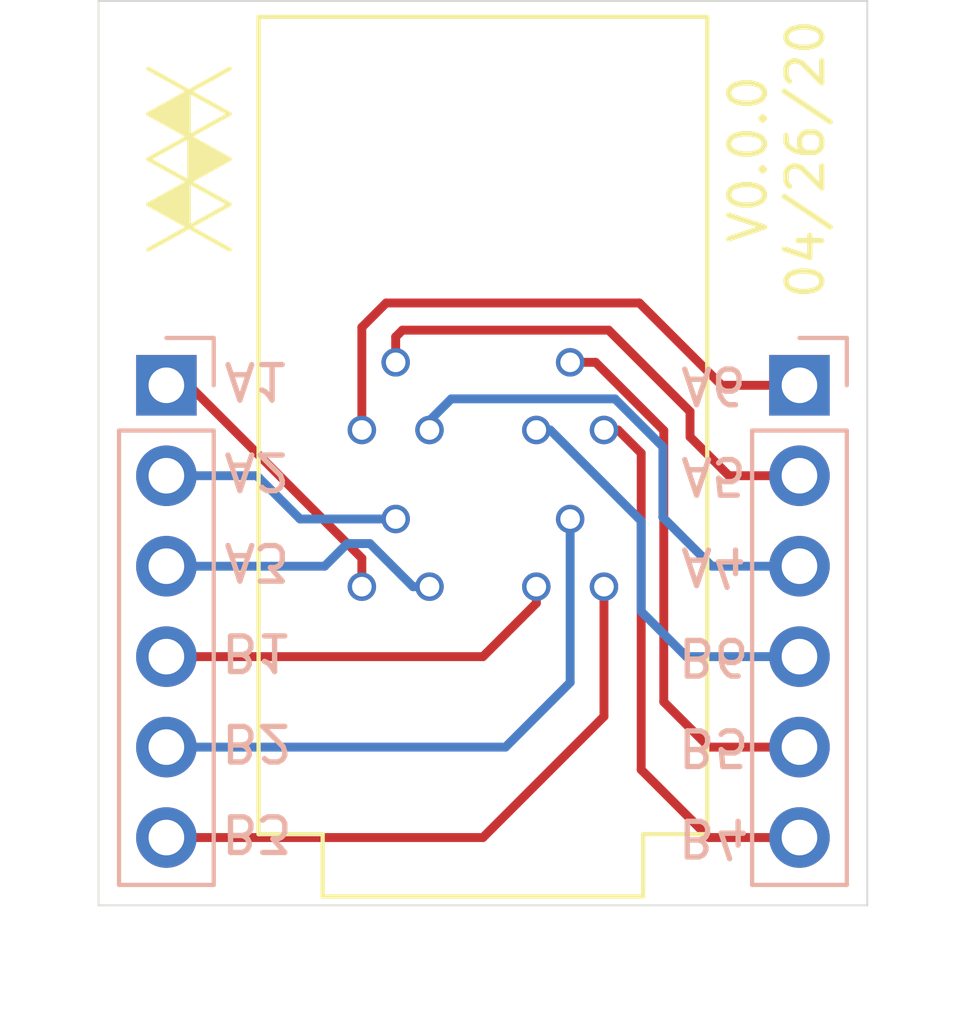
<source format=kicad_pcb>
(kicad_pcb (version 20171130) (host pcbnew "(5.1.2)-1")

  (general
    (thickness 1.6)
    (drawings 17)
    (tracks 54)
    (zones 0)
    (modules 4)
    (nets 13)
  )

  (page A4)
  (layers
    (0 F.Cu signal)
    (31 B.Cu signal)
    (32 B.Adhes user)
    (33 F.Adhes user)
    (34 B.Paste user)
    (35 F.Paste user)
    (36 B.SilkS user)
    (37 F.SilkS user)
    (38 B.Mask user)
    (39 F.Mask user)
    (40 Dwgs.User user)
    (41 Cmts.User user)
    (42 Eco1.User user)
    (43 Eco2.User user)
    (44 Edge.Cuts user)
    (45 Margin user)
    (46 B.CrtYd user)
    (47 F.CrtYd user)
    (48 B.Fab user)
    (49 F.Fab user)
  )

  (setup
    (last_trace_width 0.25)
    (trace_clearance 0.2)
    (zone_clearance 0.508)
    (zone_45_only no)
    (trace_min 0.2)
    (via_size 0.8)
    (via_drill 0.4)
    (via_min_size 0.4)
    (via_min_drill 0.3)
    (uvia_size 0.3)
    (uvia_drill 0.1)
    (uvias_allowed no)
    (uvia_min_size 0.2)
    (uvia_min_drill 0.1)
    (edge_width 0.05)
    (segment_width 0.2)
    (pcb_text_width 0.3)
    (pcb_text_size 1.5 1.5)
    (mod_edge_width 0.12)
    (mod_text_size 1 1)
    (mod_text_width 0.15)
    (pad_size 1.524 1.524)
    (pad_drill 0.762)
    (pad_to_mask_clearance 0.051)
    (solder_mask_min_width 0.25)
    (aux_axis_origin 0 0)
    (visible_elements FFFFFF7F)
    (pcbplotparams
      (layerselection 0x010fc_ffffffff)
      (usegerberextensions false)
      (usegerberattributes false)
      (usegerberadvancedattributes false)
      (creategerberjobfile false)
      (excludeedgelayer true)
      (linewidth 0.100000)
      (plotframeref false)
      (viasonmask false)
      (mode 1)
      (useauxorigin false)
      (hpglpennumber 1)
      (hpglpenspeed 20)
      (hpglpendiameter 15.000000)
      (psnegative false)
      (psa4output false)
      (plotreference true)
      (plotvalue true)
      (plotinvisibletext false)
      (padsonsilk false)
      (subtractmaskfromsilk false)
      (outputformat 1)
      (mirror false)
      (drillshape 0)
      (scaleselection 1)
      (outputdirectory "gbr/"))
  )

  (net 0 "")
  (net 1 B3)
  (net 2 B2)
  (net 3 B1)
  (net 4 A3)
  (net 5 A2)
  (net 6 A1)
  (net 7 B4)
  (net 8 B5)
  (net 9 B6)
  (net 10 A4)
  (net 11 A5)
  (net 12 A6)

  (net_class Default "This is the default net class."
    (clearance 0.2)
    (trace_width 0.25)
    (via_dia 0.8)
    (via_drill 0.4)
    (uvia_dia 0.3)
    (uvia_drill 0.1)
    (add_net A1)
    (add_net A2)
    (add_net A3)
    (add_net A4)
    (add_net A5)
    (add_net A6)
    (add_net B1)
    (add_net B2)
    (add_net B3)
    (add_net B4)
    (add_net B5)
    (add_net B6)
  )

  (module Symbol:Logo_WM (layer F.Cu) (tedit 5EA02B73) (tstamp 5EA62534)
    (at 125.095 64.77 270)
    (fp_text reference REF** (at 0 -2.286 90) (layer F.SilkS) hide
      (effects (font (size 1 1) (thickness 0.15)))
    )
    (fp_text value Logo_WM (at 0 2.032 90) (layer F.Fab)
      (effects (font (size 1 1) (thickness 0.15)))
    )
    (fp_poly (pts (xy 0.635 0) (xy 1.905 0) (xy 1.27 1.143)) (layer F.SilkS) (width 0.1))
    (fp_poly (pts (xy -0.635 0) (xy 0.635 0) (xy 0 -1.143)) (layer F.SilkS) (width 0.1))
    (fp_poly (pts (xy -1.905 0) (xy -0.635 0) (xy -1.27 1.143)) (layer F.SilkS) (width 0.1))
    (fp_line (start 1.905 0) (end 2.54 1.143) (layer F.SilkS) (width 0.12))
    (fp_line (start 2.54 -1.143) (end 1.905 0) (layer F.SilkS) (width 0.12))
    (fp_line (start -2.54 1.143) (end -1.905 0) (layer F.SilkS) (width 0.12))
    (fp_line (start -1.905 0) (end -2.54 -1.143) (layer F.SilkS) (width 0.12))
    (fp_line (start -0.635 0) (end -1.27 -1.143) (layer F.SilkS) (width 0.12))
    (fp_line (start -1.905 0) (end -1.27 1.143) (layer F.SilkS) (width 0.12))
    (fp_line (start -1.27 -1.143) (end -1.905 0) (layer F.SilkS) (width 0.12))
    (fp_line (start -1.27 1.143) (end -0.635 0) (layer F.SilkS) (width 0.12))
    (fp_line (start 1.27 -1.143) (end 0.635 0) (layer F.SilkS) (width 0.12))
    (fp_line (start 0.635 0) (end 1.27 1.143) (layer F.SilkS) (width 0.12))
    (fp_line (start 1.27 1.143) (end 1.905 0) (layer F.SilkS) (width 0.12))
    (fp_line (start 1.905 0) (end 1.27 -1.143) (layer F.SilkS) (width 0.12))
    (fp_line (start 0.635 0) (end 0 -1.143) (layer F.SilkS) (width 0.12))
    (fp_line (start 0 1.143) (end 0.635 0) (layer F.SilkS) (width 0.12))
    (fp_line (start -0.635 0) (end 0 1.143) (layer F.SilkS) (width 0.12))
    (fp_line (start 0 -1.143) (end -0.635 0) (layer F.SilkS) (width 0.12))
  )

  (module Socket:SOT_Socket-6L-CHR-051-2317-060 (layer F.Cu) (tedit 5EA5C970) (tstamp 5EA61F0C)
    (at 133.35 73.025)
    (path /5EA5D110)
    (fp_text reference J3 (at -0.05 13.6) (layer F.SilkS) hide
      (effects (font (size 1 1) (thickness 0.15)))
    )
    (fp_text value Conn_02x06_Row_Letter_First (at -0.05 15.2) (layer F.Fab)
      (effects (font (size 1 1) (thickness 0.15)))
    )
    (fp_line (start 4.5 12.45) (end -4.5 12.45) (layer F.SilkS) (width 0.12))
    (fp_line (start 4.5 10.7) (end 4.5 12.45) (layer F.SilkS) (width 0.12))
    (fp_line (start 6.3 10.7) (end 4.5 10.7) (layer F.SilkS) (width 0.12))
    (fp_line (start 6.3 -12.25) (end 6.3 10.7) (layer F.SilkS) (width 0.12))
    (fp_line (start -6.3 -12.25) (end 6.3 -12.25) (layer F.SilkS) (width 0.12))
    (fp_line (start -4.5 10.7) (end -4.5 12.45) (layer F.SilkS) (width 0.12))
    (fp_line (start -6.3 10.7) (end -4.5 10.7) (layer F.SilkS) (width 0.12))
    (fp_line (start -6.3 -12.25) (end -6.3 10.7) (layer F.SilkS) (width 0.12))
    (fp_line (start -6.3 12.45) (end -6.3 -12.25) (layer F.CrtYd) (width 0.12))
    (fp_line (start 6.3 12.45) (end -6.3 12.45) (layer F.CrtYd) (width 0.12))
    (fp_line (start 6.3 -12.25) (end 6.3 12.45) (layer F.CrtYd) (width 0.12))
    (fp_line (start -6.3 -12.25) (end 6.3 -12.25) (layer F.CrtYd) (width 0.12))
    (pad b2 thru_hole circle (at 2.45 1.85) (size 0.8 0.8) (drill 0.55) (layers *.Cu *.Mask)
      (net 2 B2))
    (pad b1 thru_hole circle (at 1.5 3.75) (size 0.8 0.8) (drill 0.55) (layers *.Cu *.Mask)
      (net 3 B1))
    (pad a2 thru_hole circle (at -2.45 1.85) (size 0.8 0.8) (drill 0.55) (layers *.Cu *.Mask)
      (net 5 A2))
    (pad a1 thru_hole circle (at -3.4 3.75) (size 0.8 0.8) (drill 0.55) (layers *.Cu *.Mask)
      (net 6 A1))
    (pad b3 thru_hole circle (at 3.4 3.75) (size 0.8 0.8) (drill 0.55) (layers *.Cu *.Mask)
      (net 1 B3))
    (pad a3 thru_hole circle (at -1.5 3.75) (size 0.8 0.8) (drill 0.55) (layers *.Cu *.Mask)
      (net 4 A3))
    (pad b4 thru_hole circle (at 3.4 -0.65) (size 0.8 0.8) (drill 0.55) (layers *.Cu *.Mask)
      (net 7 B4))
    (pad a4 thru_hole circle (at -1.5 -0.65) (size 0.8 0.8) (drill 0.55) (layers *.Cu *.Mask)
      (net 10 A4))
    (pad a6 thru_hole circle (at -3.4 -0.65) (size 0.8 0.8) (drill 0.55) (layers *.Cu *.Mask)
      (net 12 A6))
    (pad b6 thru_hole circle (at 1.5 -0.65) (size 0.8 0.8) (drill 0.55) (layers *.Cu *.Mask)
      (net 9 B6))
    (pad b5 thru_hole circle (at 2.45 -2.55) (size 0.8 0.8) (drill 0.55) (layers *.Cu *.Mask)
      (net 8 B5))
    (pad a5 thru_hole circle (at -2.45 -2.55) (size 0.8 0.8) (drill 0.55) (layers *.Cu *.Mask)
      (net 11 A5))
  )

  (module Connector_PinHeader_2.54mm:PinHeader_1x06_P2.54mm_Vertical (layer B.Cu) (tedit 59FED5CC) (tstamp 5EA61EF0)
    (at 142.24 71.12 180)
    (descr "Through hole straight pin header, 1x06, 2.54mm pitch, single row")
    (tags "Through hole pin header THT 1x06 2.54mm single row")
    (path /5EA5FF4F)
    (fp_text reference J2 (at 0 2.33) (layer B.SilkS) hide
      (effects (font (size 1 1) (thickness 0.15)) (justify mirror))
    )
    (fp_text value Conn_01x06 (at 0 -15.03) (layer B.Fab)
      (effects (font (size 1 1) (thickness 0.15)) (justify mirror))
    )
    (fp_text user %R (at 0 -6.35 270) (layer B.Fab)
      (effects (font (size 1 1) (thickness 0.15)) (justify mirror))
    )
    (fp_line (start 1.8 1.8) (end -1.8 1.8) (layer B.CrtYd) (width 0.05))
    (fp_line (start 1.8 -14.5) (end 1.8 1.8) (layer B.CrtYd) (width 0.05))
    (fp_line (start -1.8 -14.5) (end 1.8 -14.5) (layer B.CrtYd) (width 0.05))
    (fp_line (start -1.8 1.8) (end -1.8 -14.5) (layer B.CrtYd) (width 0.05))
    (fp_line (start -1.33 1.33) (end 0 1.33) (layer B.SilkS) (width 0.12))
    (fp_line (start -1.33 0) (end -1.33 1.33) (layer B.SilkS) (width 0.12))
    (fp_line (start -1.33 -1.27) (end 1.33 -1.27) (layer B.SilkS) (width 0.12))
    (fp_line (start 1.33 -1.27) (end 1.33 -14.03) (layer B.SilkS) (width 0.12))
    (fp_line (start -1.33 -1.27) (end -1.33 -14.03) (layer B.SilkS) (width 0.12))
    (fp_line (start -1.33 -14.03) (end 1.33 -14.03) (layer B.SilkS) (width 0.12))
    (fp_line (start -1.27 0.635) (end -0.635 1.27) (layer B.Fab) (width 0.1))
    (fp_line (start -1.27 -13.97) (end -1.27 0.635) (layer B.Fab) (width 0.1))
    (fp_line (start 1.27 -13.97) (end -1.27 -13.97) (layer B.Fab) (width 0.1))
    (fp_line (start 1.27 1.27) (end 1.27 -13.97) (layer B.Fab) (width 0.1))
    (fp_line (start -0.635 1.27) (end 1.27 1.27) (layer B.Fab) (width 0.1))
    (pad 6 thru_hole oval (at 0 -12.7 180) (size 1.7 1.7) (drill 1) (layers *.Cu *.Mask)
      (net 7 B4))
    (pad 5 thru_hole oval (at 0 -10.16 180) (size 1.7 1.7) (drill 1) (layers *.Cu *.Mask)
      (net 8 B5))
    (pad 4 thru_hole oval (at 0 -7.62 180) (size 1.7 1.7) (drill 1) (layers *.Cu *.Mask)
      (net 9 B6))
    (pad 3 thru_hole oval (at 0 -5.08 180) (size 1.7 1.7) (drill 1) (layers *.Cu *.Mask)
      (net 10 A4))
    (pad 2 thru_hole oval (at 0 -2.54 180) (size 1.7 1.7) (drill 1) (layers *.Cu *.Mask)
      (net 11 A5))
    (pad 1 thru_hole rect (at 0 0 180) (size 1.7 1.7) (drill 1) (layers *.Cu *.Mask)
      (net 12 A6))
    (model ${KISYS3DMOD}/Connector_PinHeader_2.54mm.3dshapes/PinHeader_1x06_P2.54mm_Vertical.wrl
      (at (xyz 0 0 0))
      (scale (xyz 1 1 1))
      (rotate (xyz 0 0 0))
    )
  )

  (module Connector_PinHeader_2.54mm:PinHeader_1x06_P2.54mm_Vertical (layer B.Cu) (tedit 59FED5CC) (tstamp 5EA61ED6)
    (at 124.46 71.12 180)
    (descr "Through hole straight pin header, 1x06, 2.54mm pitch, single row")
    (tags "Through hole pin header THT 1x06 2.54mm single row")
    (path /5EA5E533)
    (fp_text reference J1 (at 0 2.33) (layer B.SilkS) hide
      (effects (font (size 1 1) (thickness 0.15)) (justify mirror))
    )
    (fp_text value Conn_01x06 (at 0 -15.03) (layer B.Fab)
      (effects (font (size 1 1) (thickness 0.15)) (justify mirror))
    )
    (fp_text user %R (at 0 -6.35 270) (layer B.Fab)
      (effects (font (size 1 1) (thickness 0.15)) (justify mirror))
    )
    (fp_line (start 1.8 1.8) (end -1.8 1.8) (layer B.CrtYd) (width 0.05))
    (fp_line (start 1.8 -14.5) (end 1.8 1.8) (layer B.CrtYd) (width 0.05))
    (fp_line (start -1.8 -14.5) (end 1.8 -14.5) (layer B.CrtYd) (width 0.05))
    (fp_line (start -1.8 1.8) (end -1.8 -14.5) (layer B.CrtYd) (width 0.05))
    (fp_line (start -1.33 1.33) (end 0 1.33) (layer B.SilkS) (width 0.12))
    (fp_line (start -1.33 0) (end -1.33 1.33) (layer B.SilkS) (width 0.12))
    (fp_line (start -1.33 -1.27) (end 1.33 -1.27) (layer B.SilkS) (width 0.12))
    (fp_line (start 1.33 -1.27) (end 1.33 -14.03) (layer B.SilkS) (width 0.12))
    (fp_line (start -1.33 -1.27) (end -1.33 -14.03) (layer B.SilkS) (width 0.12))
    (fp_line (start -1.33 -14.03) (end 1.33 -14.03) (layer B.SilkS) (width 0.12))
    (fp_line (start -1.27 0.635) (end -0.635 1.27) (layer B.Fab) (width 0.1))
    (fp_line (start -1.27 -13.97) (end -1.27 0.635) (layer B.Fab) (width 0.1))
    (fp_line (start 1.27 -13.97) (end -1.27 -13.97) (layer B.Fab) (width 0.1))
    (fp_line (start 1.27 1.27) (end 1.27 -13.97) (layer B.Fab) (width 0.1))
    (fp_line (start -0.635 1.27) (end 1.27 1.27) (layer B.Fab) (width 0.1))
    (pad 6 thru_hole oval (at 0 -12.7 180) (size 1.7 1.7) (drill 1) (layers *.Cu *.Mask)
      (net 1 B3))
    (pad 5 thru_hole oval (at 0 -10.16 180) (size 1.7 1.7) (drill 1) (layers *.Cu *.Mask)
      (net 2 B2))
    (pad 4 thru_hole oval (at 0 -7.62 180) (size 1.7 1.7) (drill 1) (layers *.Cu *.Mask)
      (net 3 B1))
    (pad 3 thru_hole oval (at 0 -5.08 180) (size 1.7 1.7) (drill 1) (layers *.Cu *.Mask)
      (net 4 A3))
    (pad 2 thru_hole oval (at 0 -2.54 180) (size 1.7 1.7) (drill 1) (layers *.Cu *.Mask)
      (net 5 A2))
    (pad 1 thru_hole rect (at 0 0 180) (size 1.7 1.7) (drill 1) (layers *.Cu *.Mask)
      (net 6 A1))
    (model ${KISYS3DMOD}/Connector_PinHeader_2.54mm.3dshapes/PinHeader_1x06_P2.54mm_Vertical.wrl
      (at (xyz 0 0 0))
      (scale (xyz 1 1 1))
      (rotate (xyz 0 0 0))
    )
  )

  (gr_text A6 (at 139.827 71.12 180) (layer B.SilkS) (tstamp 5EA62557)
    (effects (font (size 1 1) (thickness 0.15)) (justify mirror))
  )
  (gr_text A4 (at 139.827 76.2 180) (layer B.SilkS) (tstamp 5EA62556)
    (effects (font (size 1 1) (thickness 0.15)) (justify mirror))
  )
  (gr_text B4 (at 139.827 83.82 180) (layer B.SilkS) (tstamp 5EA62555)
    (effects (font (size 1 1) (thickness 0.15)) (justify mirror))
  )
  (gr_text A5 (at 139.827 73.66 180) (layer B.SilkS) (tstamp 5EA62554)
    (effects (font (size 1 1) (thickness 0.15)) (justify mirror))
  )
  (gr_text B6 (at 139.827 78.74 180) (layer B.SilkS) (tstamp 5EA62553)
    (effects (font (size 1 1) (thickness 0.15)) (justify mirror))
  )
  (gr_text B5 (at 139.827 81.28 180) (layer B.SilkS) (tstamp 5EA62552)
    (effects (font (size 1 1) (thickness 0.15)) (justify mirror))
  )
  (gr_text B1 (at 127 78.613 180) (layer B.SilkS) (tstamp 5EA62547)
    (effects (font (size 1 1) (thickness 0.15)) (justify mirror))
  )
  (gr_text B3 (at 127 83.693 180) (layer B.SilkS) (tstamp 5EA62546)
    (effects (font (size 1 1) (thickness 0.15)) (justify mirror))
  )
  (gr_text B2 (at 127 81.153 180) (layer B.SilkS) (tstamp 5EA62545)
    (effects (font (size 1 1) (thickness 0.15)) (justify mirror))
  )
  (gr_text A3 (at 127 76.073 180) (layer B.SilkS) (tstamp 5EA6253F)
    (effects (font (size 1 1) (thickness 0.15)) (justify mirror))
  )
  (gr_text A2 (at 127 73.533 180) (layer B.SilkS) (tstamp 5EA6253F)
    (effects (font (size 1 1) (thickness 0.15)) (justify mirror))
  )
  (gr_text A1 (at 127 70.993 180) (layer B.SilkS)
    (effects (font (size 1 1) (thickness 0.15)) (justify mirror))
  )
  (gr_text "V0.0.0\n04/26/20" (at 141.605 64.77 90) (layer F.SilkS)
    (effects (font (size 1 1) (thickness 0.15)))
  )
  (gr_line (start 144.145 85.725) (end 122.555 85.725) (layer Edge.Cuts) (width 0.05) (tstamp 5EA62243))
  (gr_line (start 144.145 60.325) (end 144.145 85.725) (layer Edge.Cuts) (width 0.05))
  (gr_line (start 122.555 60.325) (end 144.145 60.325) (layer Edge.Cuts) (width 0.05))
  (gr_line (start 122.555 85.725) (end 122.555 60.325) (layer Edge.Cuts) (width 0.05))

  (segment (start 136.75 76.775) (end 136.75 80.42) (width 0.25) (layer F.Cu) (net 1))
  (segment (start 133.35 83.82) (end 124.46 83.82) (width 0.25) (layer F.Cu) (net 1))
  (segment (start 136.75 80.42) (end 133.35 83.82) (width 0.25) (layer F.Cu) (net 1))
  (segment (start 135.8 74.875) (end 135.8 79.465) (width 0.25) (layer B.Cu) (net 2))
  (segment (start 133.985 81.28) (end 124.46 81.28) (width 0.25) (layer B.Cu) (net 2))
  (segment (start 135.8 79.465) (end 133.985 81.28) (width 0.25) (layer B.Cu) (net 2))
  (segment (start 134.85 76.775) (end 134.85 77.24) (width 0.25) (layer F.Cu) (net 3))
  (segment (start 133.35 78.74) (end 124.46 78.74) (width 0.25) (layer F.Cu) (net 3))
  (segment (start 134.85 77.24) (end 133.35 78.74) (width 0.25) (layer F.Cu) (net 3))
  (segment (start 131.85 76.775) (end 131.385 76.775) (width 0.25) (layer B.Cu) (net 4))
  (segment (start 131.385 76.775) (end 130.175 75.565) (width 0.25) (layer B.Cu) (net 4))
  (segment (start 130.175 75.565) (end 129.54 75.565) (width 0.25) (layer B.Cu) (net 4))
  (segment (start 128.905 76.2) (end 124.46 76.2) (width 0.25) (layer B.Cu) (net 4))
  (segment (start 129.54 75.565) (end 128.905 76.2) (width 0.25) (layer B.Cu) (net 4))
  (segment (start 130.9 74.875) (end 128.215 74.875) (width 0.25) (layer B.Cu) (net 5))
  (segment (start 127 73.66) (end 124.46 73.66) (width 0.25) (layer B.Cu) (net 5))
  (segment (start 128.215 74.875) (end 127 73.66) (width 0.25) (layer B.Cu) (net 5))
  (segment (start 129.95 76.775) (end 129.95 75.975) (width 0.25) (layer F.Cu) (net 6))
  (segment (start 125.095 71.12) (end 124.46 71.12) (width 0.25) (layer F.Cu) (net 6))
  (segment (start 129.95 75.975) (end 125.095 71.12) (width 0.25) (layer F.Cu) (net 6))
  (segment (start 136.75 72.375) (end 137.145 72.375) (width 0.25) (layer F.Cu) (net 7))
  (segment (start 137.145 72.375) (end 137.795 73.025) (width 0.25) (layer F.Cu) (net 7))
  (segment (start 137.795 73.025) (end 137.795 81.915) (width 0.25) (layer F.Cu) (net 7))
  (segment (start 139.7 83.82) (end 142.24 83.82) (width 0.25) (layer F.Cu) (net 7))
  (segment (start 137.795 81.915) (end 139.7 83.82) (width 0.25) (layer F.Cu) (net 7))
  (segment (start 135.8 70.475) (end 136.515 70.475) (width 0.25) (layer F.Cu) (net 8))
  (segment (start 136.515 70.475) (end 138.43 72.39) (width 0.25) (layer F.Cu) (net 8))
  (segment (start 138.43 72.39) (end 138.43 80.01) (width 0.25) (layer F.Cu) (net 8))
  (segment (start 139.7 81.28) (end 142.24 81.28) (width 0.25) (layer F.Cu) (net 8))
  (segment (start 138.43 80.01) (end 139.7 81.28) (width 0.25) (layer F.Cu) (net 8))
  (segment (start 134.85 72.375) (end 135.24 72.375) (width 0.25) (layer B.Cu) (net 9))
  (segment (start 135.24 72.375) (end 137.795 74.93) (width 0.25) (layer B.Cu) (net 9))
  (segment (start 137.795 74.93) (end 137.795 77.47) (width 0.25) (layer B.Cu) (net 9))
  (segment (start 139.065 78.74) (end 142.24 78.74) (width 0.25) (layer B.Cu) (net 9))
  (segment (start 137.795 77.47) (end 139.065 78.74) (width 0.25) (layer B.Cu) (net 9))
  (segment (start 131.85 72.375) (end 131.85 72.112) (width 0.25) (layer B.Cu) (net 10))
  (segment (start 131.85 72.112) (end 132.461 71.501) (width 0.25) (layer B.Cu) (net 10))
  (segment (start 132.461 71.501) (end 137.0584 71.501) (width 0.25) (layer B.Cu) (net 10))
  (segment (start 137.0584 71.501) (end 138.4046 72.8472) (width 0.25) (layer B.Cu) (net 10))
  (segment (start 138.4046 72.8472) (end 138.4046 74.8284) (width 0.25) (layer B.Cu) (net 10))
  (segment (start 139.7762 76.2) (end 142.24 76.2) (width 0.25) (layer B.Cu) (net 10))
  (segment (start 138.4046 74.8284) (end 139.7762 76.2) (width 0.25) (layer B.Cu) (net 10))
  (segment (start 130.9 70.475) (end 130.9 69.76) (width 0.25) (layer F.Cu) (net 11))
  (segment (start 130.9 69.76) (end 131.0894 69.5706) (width 0.25) (layer F.Cu) (net 11))
  (segment (start 131.0894 69.5706) (end 136.8806 69.5706) (width 0.25) (layer F.Cu) (net 11))
  (segment (start 136.8806 69.5706) (end 139.1666 71.8566) (width 0.25) (layer F.Cu) (net 11))
  (segment (start 139.1666 71.8566) (end 139.1666 72.5678) (width 0.25) (layer F.Cu) (net 11))
  (segment (start 140.2588 73.66) (end 142.24 73.66) (width 0.25) (layer F.Cu) (net 11))
  (segment (start 139.1666 72.5678) (end 140.2588 73.66) (width 0.25) (layer F.Cu) (net 11))
  (segment (start 129.95 72.375) (end 129.95 69.4908) (width 0.25) (layer F.Cu) (net 12))
  (segment (start 129.95 69.4908) (end 130.6322 68.8086) (width 0.25) (layer F.Cu) (net 12))
  (segment (start 130.6322 68.8086) (end 137.7442 68.8086) (width 0.25) (layer F.Cu) (net 12))
  (segment (start 140.0556 71.12) (end 142.24 71.12) (width 0.25) (layer F.Cu) (net 12))
  (segment (start 137.7442 68.8086) (end 140.0556 71.12) (width 0.25) (layer F.Cu) (net 12))

)

</source>
